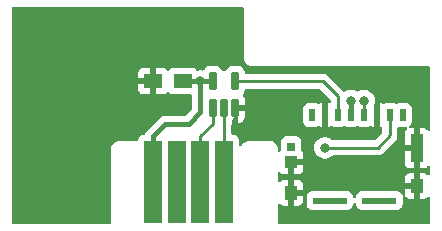
<source format=gtl>
G04 #@! TF.GenerationSoftware,KiCad,Pcbnew,8.0.2*
G04 #@! TF.CreationDate,2024-05-30T00:05:45-04:00*
G04 #@! TF.ProjectId,gc_sp2,67635f73-7032-42e6-9b69-6361645f7063,rev?*
G04 #@! TF.SameCoordinates,Original*
G04 #@! TF.FileFunction,Copper,L1,Top*
G04 #@! TF.FilePolarity,Positive*
%FSLAX46Y46*%
G04 Gerber Fmt 4.6, Leading zero omitted, Abs format (unit mm)*
G04 Created by KiCad (PCBNEW 8.0.2) date 2024-05-30 00:05:45*
%MOMM*%
%LPD*%
G01*
G04 APERTURE LIST*
G04 Aperture macros list*
%AMRoundRect*
0 Rectangle with rounded corners*
0 $1 Rounding radius*
0 $2 $3 $4 $5 $6 $7 $8 $9 X,Y pos of 4 corners*
0 Add a 4 corners polygon primitive as box body*
4,1,4,$2,$3,$4,$5,$6,$7,$8,$9,$2,$3,0*
0 Add four circle primitives for the rounded corners*
1,1,$1+$1,$2,$3*
1,1,$1+$1,$4,$5*
1,1,$1+$1,$6,$7*
1,1,$1+$1,$8,$9*
0 Add four rect primitives between the rounded corners*
20,1,$1+$1,$2,$3,$4,$5,0*
20,1,$1+$1,$4,$5,$6,$7,0*
20,1,$1+$1,$6,$7,$8,$9,0*
20,1,$1+$1,$8,$9,$2,$3,0*%
G04 Aperture macros list end*
G04 #@! TA.AperFunction,SMDPad,CuDef*
%ADD10R,1.500000X7.000000*%
G04 #@! TD*
G04 #@! TA.AperFunction,SMDPad,CuDef*
%ADD11R,1.500000X1.250000*%
G04 #@! TD*
G04 #@! TA.AperFunction,SMDPad,CuDef*
%ADD12R,2.921000X0.558800*%
G04 #@! TD*
G04 #@! TA.AperFunction,SMDPad,CuDef*
%ADD13R,1.041400X1.092200*%
G04 #@! TD*
G04 #@! TA.AperFunction,SMDPad,CuDef*
%ADD14R,1.041400X1.193800*%
G04 #@! TD*
G04 #@! TA.AperFunction,SMDPad,CuDef*
%ADD15R,1.041400X2.387600*%
G04 #@! TD*
G04 #@! TA.AperFunction,SMDPad,CuDef*
%ADD16R,0.508000X0.990600*%
G04 #@! TD*
G04 #@! TA.AperFunction,SMDPad,CuDef*
%ADD17R,0.711200X0.787400*%
G04 #@! TD*
G04 #@! TA.AperFunction,SMDPad,CuDef*
%ADD18RoundRect,0.150000X0.150000X-0.650000X0.150000X0.650000X-0.150000X0.650000X-0.150000X-0.650000X0*%
G04 #@! TD*
G04 #@! TA.AperFunction,ViaPad*
%ADD19C,0.800000*%
G04 #@! TD*
G04 #@! TA.AperFunction,Conductor*
%ADD20C,0.400000*%
G04 #@! TD*
G04 #@! TA.AperFunction,Conductor*
%ADD21C,0.250000*%
G04 #@! TD*
G04 APERTURE END LIST*
D10*
X75500000Y-115900000D03*
X77500000Y-115900000D03*
X79500000Y-115900000D03*
X81500000Y-115900000D03*
D11*
X78000000Y-107350000D03*
X75500000Y-107350000D03*
D12*
X94645000Y-117467300D03*
X90455000Y-117467300D03*
D13*
X87174999Y-114182300D03*
D14*
X87174999Y-116792300D03*
X97824965Y-116222299D03*
D15*
X97825001Y-113037299D03*
D16*
X88949999Y-110232301D03*
X90050000Y-110232301D03*
X91150000Y-110232301D03*
X92250000Y-110232301D03*
X93350001Y-110232301D03*
X94450001Y-110232301D03*
X95550002Y-110232301D03*
X96649999Y-110232301D03*
D17*
X87190000Y-112912300D03*
D18*
X80550000Y-109650000D03*
X81500000Y-109650000D03*
X82450000Y-109650000D03*
X82450000Y-107350000D03*
X80550000Y-107350000D03*
D19*
X92250000Y-109000000D03*
X79500000Y-107350000D03*
X84500000Y-112000000D03*
X64000000Y-119000000D03*
X71500000Y-119000000D03*
X64000000Y-107350000D03*
X71500000Y-107350000D03*
X64000000Y-101500000D03*
X71500000Y-101500000D03*
X82750000Y-101500000D03*
X71500000Y-113150000D03*
X98500000Y-106500000D03*
X92500000Y-111800000D03*
X93350000Y-109000000D03*
X90050000Y-113000000D03*
D20*
X92250000Y-109000000D02*
X92250000Y-110232301D01*
X75500000Y-115900000D02*
X75500000Y-112000000D01*
X79500000Y-107350000D02*
X78000000Y-107350000D01*
X76500000Y-111000000D02*
X78500000Y-111000000D01*
X79500000Y-110000000D02*
X79500000Y-107350000D01*
X80550000Y-107350000D02*
X79500000Y-107350000D01*
X75500000Y-112000000D02*
X76500000Y-111000000D01*
X78500000Y-111000000D02*
X79500000Y-110000000D01*
D21*
X93350000Y-109000000D02*
X93350000Y-110232300D01*
X93350000Y-110232300D02*
X93350001Y-110232301D01*
X95550002Y-111949998D02*
X95550002Y-110232301D01*
X94500000Y-113000000D02*
X95550002Y-111949998D01*
X94500000Y-113000000D02*
X90050000Y-113000000D01*
X79500000Y-112000000D02*
X80550000Y-110950000D01*
X79500000Y-115900000D02*
X79500000Y-112000000D01*
X80550000Y-110950000D02*
X80550000Y-109650000D01*
X81500000Y-109150000D02*
X81500000Y-115900000D01*
X91150000Y-108650000D02*
X89850000Y-107350000D01*
X91150000Y-110232301D02*
X91150000Y-108650000D01*
X82450000Y-107350000D02*
X89850000Y-107350000D01*
G04 #@! TA.AperFunction,Conductor*
G36*
X83141621Y-101070502D02*
G01*
X83188114Y-101124158D01*
X83199500Y-101176500D01*
X83199500Y-105572473D01*
X83199499Y-105572473D01*
X83237016Y-105712485D01*
X83309488Y-105838011D01*
X83309496Y-105838021D01*
X83411978Y-105940503D01*
X83411983Y-105940507D01*
X83411985Y-105940509D01*
X83537515Y-106012984D01*
X83677525Y-106050500D01*
X98823500Y-106050500D01*
X98891621Y-106070502D01*
X98938114Y-106124158D01*
X98949500Y-106176500D01*
X98949500Y-111423823D01*
X98929498Y-111491944D01*
X98875842Y-111538437D01*
X98805568Y-111548541D01*
X98740988Y-111519047D01*
X98722632Y-111499333D01*
X98708603Y-111480593D01*
X98591666Y-111393054D01*
X98454794Y-111342004D01*
X98394298Y-111335499D01*
X98079001Y-111335499D01*
X98079001Y-114739099D01*
X98394286Y-114739099D01*
X98394298Y-114739098D01*
X98454794Y-114732593D01*
X98591665Y-114681543D01*
X98591666Y-114681543D01*
X98708604Y-114594003D01*
X98722631Y-114575266D01*
X98779466Y-114532719D01*
X98850282Y-114527653D01*
X98912595Y-114561678D01*
X98946620Y-114623989D01*
X98949500Y-114650774D01*
X98949500Y-115205771D01*
X98929498Y-115273892D01*
X98875842Y-115320385D01*
X98805568Y-115330489D01*
X98740988Y-115300995D01*
X98722633Y-115281281D01*
X98708569Y-115262495D01*
X98591630Y-115174954D01*
X98454758Y-115123904D01*
X98394262Y-115117399D01*
X98078965Y-115117399D01*
X98078965Y-117327199D01*
X98394250Y-117327199D01*
X98394262Y-117327198D01*
X98454758Y-117320693D01*
X98591629Y-117269643D01*
X98591630Y-117269643D01*
X98708568Y-117182103D01*
X98722631Y-117163318D01*
X98779466Y-117120771D01*
X98850282Y-117115705D01*
X98912595Y-117149730D01*
X98946620Y-117212042D01*
X98949500Y-117238826D01*
X98949500Y-119323500D01*
X98929498Y-119391621D01*
X98875842Y-119438114D01*
X98823500Y-119449500D01*
X86176500Y-119449500D01*
X86108379Y-119429498D01*
X86061886Y-119375842D01*
X86050500Y-119323500D01*
X86050500Y-117808875D01*
X86070502Y-117740754D01*
X86124158Y-117694261D01*
X86194432Y-117684157D01*
X86259012Y-117713651D01*
X86277369Y-117733367D01*
X86291395Y-117752104D01*
X86408333Y-117839644D01*
X86545205Y-117890694D01*
X86605701Y-117897199D01*
X86605714Y-117897200D01*
X86920999Y-117897200D01*
X87428999Y-117897200D01*
X87744284Y-117897200D01*
X87744296Y-117897199D01*
X87804792Y-117890694D01*
X87941663Y-117839644D01*
X87941664Y-117839644D01*
X88058603Y-117752104D01*
X88146143Y-117635165D01*
X88146143Y-117635164D01*
X88197193Y-117498293D01*
X88203698Y-117437797D01*
X88203699Y-117437785D01*
X88203699Y-117139250D01*
X88486000Y-117139250D01*
X88486000Y-117795349D01*
X88492509Y-117855896D01*
X88492511Y-117855904D01*
X88543610Y-117992902D01*
X88543612Y-117992907D01*
X88631238Y-118109961D01*
X88748292Y-118197587D01*
X88748294Y-118197588D01*
X88748296Y-118197589D01*
X88807375Y-118219624D01*
X88885295Y-118248688D01*
X88885303Y-118248690D01*
X88945850Y-118255199D01*
X88945855Y-118255199D01*
X88945862Y-118255200D01*
X88945868Y-118255200D01*
X91964132Y-118255200D01*
X91964138Y-118255200D01*
X91964145Y-118255199D01*
X91964149Y-118255199D01*
X92024696Y-118248690D01*
X92024699Y-118248689D01*
X92024701Y-118248689D01*
X92161704Y-118197589D01*
X92278761Y-118109961D01*
X92366389Y-117992904D01*
X92417489Y-117855901D01*
X92424000Y-117795338D01*
X92424000Y-117795330D01*
X92424180Y-117791972D01*
X92447798Y-117725019D01*
X92503864Y-117681463D01*
X92574577Y-117675132D01*
X92637488Y-117708038D01*
X92672622Y-117769732D01*
X92675820Y-117791972D01*
X92676000Y-117795349D01*
X92682509Y-117855896D01*
X92682511Y-117855904D01*
X92733610Y-117992902D01*
X92733612Y-117992907D01*
X92821238Y-118109961D01*
X92938292Y-118197587D01*
X92938294Y-118197588D01*
X92938296Y-118197589D01*
X92997375Y-118219624D01*
X93075295Y-118248688D01*
X93075303Y-118248690D01*
X93135850Y-118255199D01*
X93135855Y-118255199D01*
X93135862Y-118255200D01*
X93135868Y-118255200D01*
X96154132Y-118255200D01*
X96154138Y-118255200D01*
X96154145Y-118255199D01*
X96154149Y-118255199D01*
X96214696Y-118248690D01*
X96214699Y-118248689D01*
X96214701Y-118248689D01*
X96351704Y-118197589D01*
X96468761Y-118109961D01*
X96556389Y-117992904D01*
X96607489Y-117855901D01*
X96614000Y-117795338D01*
X96614000Y-117139262D01*
X96612916Y-117129178D01*
X96625521Y-117059310D01*
X96665395Y-117016481D01*
X96600200Y-116994779D01*
X96596761Y-116990511D01*
X96744860Y-116990511D01*
X96810054Y-117012210D01*
X96847317Y-117058449D01*
X96849503Y-117057256D01*
X96853820Y-117065164D01*
X96941360Y-117182103D01*
X97058299Y-117269643D01*
X97195171Y-117320693D01*
X97255667Y-117327198D01*
X97255680Y-117327199D01*
X97570965Y-117327199D01*
X97570965Y-116476299D01*
X96796265Y-116476299D01*
X96796265Y-116867793D01*
X96797343Y-116877819D01*
X96784734Y-116947687D01*
X96744860Y-116990511D01*
X96596761Y-116990511D01*
X96562850Y-116948429D01*
X96560705Y-116949601D01*
X96556387Y-116941692D01*
X96468761Y-116824638D01*
X96351707Y-116737012D01*
X96351702Y-116737010D01*
X96214704Y-116685911D01*
X96214696Y-116685909D01*
X96154149Y-116679400D01*
X96154138Y-116679400D01*
X93135862Y-116679400D01*
X93135850Y-116679400D01*
X93075303Y-116685909D01*
X93075295Y-116685911D01*
X92938297Y-116737010D01*
X92938292Y-116737012D01*
X92821238Y-116824638D01*
X92733612Y-116941692D01*
X92733610Y-116941697D01*
X92682511Y-117078695D01*
X92682509Y-117078703D01*
X92676000Y-117139250D01*
X92675820Y-117142628D01*
X92652202Y-117209581D01*
X92596136Y-117253137D01*
X92525423Y-117259468D01*
X92462512Y-117226562D01*
X92427378Y-117164868D01*
X92424180Y-117142628D01*
X92423999Y-117139250D01*
X92417490Y-117078703D01*
X92417488Y-117078695D01*
X92368900Y-116948429D01*
X92366389Y-116941696D01*
X92366388Y-116941694D01*
X92366387Y-116941692D01*
X92278761Y-116824638D01*
X92161707Y-116737012D01*
X92161702Y-116737010D01*
X92024704Y-116685911D01*
X92024696Y-116685909D01*
X91964149Y-116679400D01*
X91964138Y-116679400D01*
X88945862Y-116679400D01*
X88945850Y-116679400D01*
X88885303Y-116685909D01*
X88885295Y-116685911D01*
X88748297Y-116737010D01*
X88748292Y-116737012D01*
X88631238Y-116824638D01*
X88543612Y-116941692D01*
X88543610Y-116941697D01*
X88492511Y-117078695D01*
X88492509Y-117078703D01*
X88486000Y-117139250D01*
X88203699Y-117139250D01*
X88203699Y-117046300D01*
X87428999Y-117046300D01*
X87428999Y-117897200D01*
X86920999Y-117897200D01*
X86920999Y-116538300D01*
X87428999Y-116538300D01*
X88203699Y-116538300D01*
X88203699Y-116146814D01*
X88203698Y-116146802D01*
X88197193Y-116086306D01*
X88146143Y-115949435D01*
X88146143Y-115949434D01*
X88058603Y-115832495D01*
X87941664Y-115744955D01*
X87804792Y-115693905D01*
X87744296Y-115687400D01*
X87428999Y-115687400D01*
X87428999Y-116538300D01*
X86920999Y-116538300D01*
X86920999Y-115687400D01*
X86605701Y-115687400D01*
X86545205Y-115693905D01*
X86408334Y-115744955D01*
X86408333Y-115744955D01*
X86291396Y-115832494D01*
X86277368Y-115851234D01*
X86220532Y-115893780D01*
X86149716Y-115898844D01*
X86087404Y-115864819D01*
X86053379Y-115802506D01*
X86050500Y-115775724D01*
X86050500Y-115576801D01*
X96796265Y-115576801D01*
X96796265Y-115968299D01*
X97570965Y-115968299D01*
X97570965Y-115117399D01*
X97255667Y-115117399D01*
X97195171Y-115123904D01*
X97058300Y-115174954D01*
X97058299Y-115174954D01*
X96941360Y-115262494D01*
X96853820Y-115379433D01*
X96853820Y-115379434D01*
X96802770Y-115516305D01*
X96796265Y-115576801D01*
X86050500Y-115576801D01*
X86050500Y-115148075D01*
X86070502Y-115079954D01*
X86124158Y-115033461D01*
X86194432Y-115023357D01*
X86259012Y-115052851D01*
X86277369Y-115072567D01*
X86291395Y-115091304D01*
X86408333Y-115178844D01*
X86545205Y-115229894D01*
X86605701Y-115236399D01*
X86605714Y-115236400D01*
X86920999Y-115236400D01*
X87428999Y-115236400D01*
X87744284Y-115236400D01*
X87744296Y-115236399D01*
X87804792Y-115229894D01*
X87941663Y-115178844D01*
X87941664Y-115178844D01*
X88058603Y-115091304D01*
X88146143Y-114974365D01*
X88146143Y-114974364D01*
X88197193Y-114837493D01*
X88203698Y-114776997D01*
X88203699Y-114776985D01*
X88203699Y-114436300D01*
X87428999Y-114436300D01*
X87428999Y-115236400D01*
X86920999Y-115236400D01*
X86920999Y-114279696D01*
X96796301Y-114279696D01*
X96802806Y-114340192D01*
X96853856Y-114477063D01*
X96853856Y-114477064D01*
X96941396Y-114594003D01*
X97058335Y-114681543D01*
X97195207Y-114732593D01*
X97255703Y-114739098D01*
X97255716Y-114739099D01*
X97571001Y-114739099D01*
X97571001Y-113291299D01*
X96796301Y-113291299D01*
X96796301Y-114279696D01*
X86920999Y-114279696D01*
X86920999Y-114054300D01*
X86941001Y-113986179D01*
X86994657Y-113939686D01*
X87046999Y-113928300D01*
X88203699Y-113928300D01*
X88203699Y-113587614D01*
X88203698Y-113587602D01*
X88197193Y-113527106D01*
X88146143Y-113390235D01*
X88146143Y-113390234D01*
X88079232Y-113300852D01*
X88054421Y-113234332D01*
X88054100Y-113225343D01*
X88054100Y-113000000D01*
X89136496Y-113000000D01*
X89156457Y-113189927D01*
X89181194Y-113266057D01*
X89215473Y-113371556D01*
X89215476Y-113371561D01*
X89310958Y-113536941D01*
X89310965Y-113536951D01*
X89438744Y-113678864D01*
X89438747Y-113678866D01*
X89593248Y-113791118D01*
X89767712Y-113868794D01*
X89954513Y-113908500D01*
X90145487Y-113908500D01*
X90332288Y-113868794D01*
X90506752Y-113791118D01*
X90661253Y-113678866D01*
X90664563Y-113675190D01*
X90725009Y-113637950D01*
X90758200Y-113633500D01*
X94562393Y-113633500D01*
X94562394Y-113633500D01*
X94684785Y-113609155D01*
X94800075Y-113561400D01*
X94903833Y-113492071D01*
X96042073Y-112353831D01*
X96111402Y-112250073D01*
X96159157Y-112134783D01*
X96183502Y-112012392D01*
X96183502Y-111887604D01*
X96183502Y-111358757D01*
X96203504Y-111290636D01*
X96257160Y-111244143D01*
X96322971Y-111233479D01*
X96347351Y-111236100D01*
X96347352Y-111236100D01*
X96347361Y-111236101D01*
X96347367Y-111236101D01*
X96889433Y-111236101D01*
X96957554Y-111256103D01*
X97004047Y-111309759D01*
X97014151Y-111380033D01*
X96984657Y-111444613D01*
X96964942Y-111462969D01*
X96941396Y-111480594D01*
X96853856Y-111597533D01*
X96853856Y-111597534D01*
X96802806Y-111734405D01*
X96796301Y-111794901D01*
X96796301Y-112783299D01*
X97571001Y-112783299D01*
X97571001Y-111335499D01*
X97319033Y-111335499D01*
X97250912Y-111315497D01*
X97204419Y-111261841D01*
X97194315Y-111191567D01*
X97223809Y-111126987D01*
X97243524Y-111108631D01*
X97267260Y-111090862D01*
X97354886Y-110973808D01*
X97354886Y-110973807D01*
X97354888Y-110973805D01*
X97405988Y-110836802D01*
X97412499Y-110776239D01*
X97412499Y-109688363D01*
X97412498Y-109688351D01*
X97405989Y-109627804D01*
X97405987Y-109627796D01*
X97354888Y-109490798D01*
X97354886Y-109490793D01*
X97267260Y-109373739D01*
X97150206Y-109286113D01*
X97150201Y-109286111D01*
X97013203Y-109235012D01*
X97013195Y-109235010D01*
X96952648Y-109228501D01*
X96952637Y-109228501D01*
X96347361Y-109228501D01*
X96347349Y-109228501D01*
X96286802Y-109235010D01*
X96286799Y-109235011D01*
X96144032Y-109288261D01*
X96073217Y-109293325D01*
X96055967Y-109288261D01*
X96050206Y-109286112D01*
X95913203Y-109235012D01*
X95913201Y-109235011D01*
X95913199Y-109235011D01*
X95913198Y-109235010D01*
X95852651Y-109228501D01*
X95852640Y-109228501D01*
X95247364Y-109228501D01*
X95247352Y-109228501D01*
X95186805Y-109235010D01*
X95186804Y-109235011D01*
X95186801Y-109235011D01*
X95186801Y-109235012D01*
X95049798Y-109286112D01*
X95049796Y-109286112D01*
X95043319Y-109288529D01*
X94972503Y-109293594D01*
X94955254Y-109288529D01*
X94813094Y-109235506D01*
X94752598Y-109229001D01*
X94704001Y-109229001D01*
X94704001Y-111235601D01*
X94752586Y-111235601D01*
X94752596Y-111235600D01*
X94777031Y-111232973D01*
X94846900Y-111245578D01*
X94898863Y-111293955D01*
X94916502Y-111358251D01*
X94916502Y-111635404D01*
X94896500Y-111703525D01*
X94879597Y-111724499D01*
X94274501Y-112329595D01*
X94212189Y-112363621D01*
X94185406Y-112366500D01*
X90758200Y-112366500D01*
X90690079Y-112346498D01*
X90664563Y-112324810D01*
X90661252Y-112321133D01*
X90506752Y-112208882D01*
X90332288Y-112131206D01*
X90145487Y-112091500D01*
X89954513Y-112091500D01*
X89767711Y-112131206D01*
X89593247Y-112208882D01*
X89438744Y-112321135D01*
X89310965Y-112463048D01*
X89310958Y-112463058D01*
X89215476Y-112628438D01*
X89215473Y-112628445D01*
X89156457Y-112810072D01*
X89136496Y-113000000D01*
X88054100Y-113000000D01*
X88054100Y-112469967D01*
X88054099Y-112469950D01*
X88047590Y-112409403D01*
X88047588Y-112409395D01*
X88014668Y-112321135D01*
X87996489Y-112272396D01*
X87996488Y-112272394D01*
X87996487Y-112272392D01*
X87908861Y-112155338D01*
X87791807Y-112067712D01*
X87791802Y-112067710D01*
X87654804Y-112016611D01*
X87654796Y-112016609D01*
X87594249Y-112010100D01*
X87594238Y-112010100D01*
X86785762Y-112010100D01*
X86785750Y-112010100D01*
X86725203Y-112016609D01*
X86725195Y-112016611D01*
X86588197Y-112067710D01*
X86588192Y-112067712D01*
X86471138Y-112155338D01*
X86383512Y-112272392D01*
X86383510Y-112272397D01*
X86332411Y-112409395D01*
X86332409Y-112409403D01*
X86325900Y-112469950D01*
X86325900Y-113186600D01*
X86305898Y-113254721D01*
X86296761Y-113266057D01*
X86296795Y-113266083D01*
X86277368Y-113292034D01*
X86220532Y-113334580D01*
X86149716Y-113339644D01*
X86087404Y-113305619D01*
X86053379Y-113243306D01*
X86050500Y-113216524D01*
X86050500Y-112927526D01*
X86019028Y-112810072D01*
X86012984Y-112787515D01*
X85940509Y-112661985D01*
X85940507Y-112661983D01*
X85940503Y-112661978D01*
X85838021Y-112559496D01*
X85838011Y-112559488D01*
X85712485Y-112487016D01*
X85572475Y-112449500D01*
X83572475Y-112449500D01*
X83427525Y-112449500D01*
X83351161Y-112469962D01*
X83287514Y-112487016D01*
X83161988Y-112559488D01*
X83161978Y-112559496D01*
X83059496Y-112661978D01*
X83059488Y-112661988D01*
X82993619Y-112776078D01*
X82942236Y-112825071D01*
X82872523Y-112838507D01*
X82806612Y-112812121D01*
X82765430Y-112754288D01*
X82758500Y-112713078D01*
X82758500Y-112351367D01*
X82758499Y-112351350D01*
X82751990Y-112290803D01*
X82751988Y-112290795D01*
X82721435Y-112208882D01*
X82700889Y-112153796D01*
X82700888Y-112153794D01*
X82700887Y-112153792D01*
X82613261Y-112036738D01*
X82496207Y-111949112D01*
X82496202Y-111949110D01*
X82359204Y-111898011D01*
X82359196Y-111898009D01*
X82298649Y-111891500D01*
X82298638Y-111891500D01*
X82259500Y-111891500D01*
X82191379Y-111871498D01*
X82144886Y-111817842D01*
X82133500Y-111765500D01*
X82133500Y-111064877D01*
X82153502Y-110996756D01*
X82183847Y-110964116D01*
X82196000Y-110954991D01*
X82704000Y-110954991D01*
X82863399Y-110908681D01*
X83006502Y-110824051D01*
X83124050Y-110706503D01*
X83124051Y-110706501D01*
X83208681Y-110563401D01*
X83255065Y-110403749D01*
X83258000Y-110366456D01*
X83258000Y-109904000D01*
X82704000Y-109904000D01*
X82704000Y-110954991D01*
X82196000Y-110954991D01*
X82196000Y-110704842D01*
X82213547Y-110640702D01*
X82259145Y-110563601D01*
X82305562Y-110403831D01*
X82308499Y-110366511D01*
X82308500Y-110366511D01*
X82308500Y-109688351D01*
X88187499Y-109688351D01*
X88187499Y-110776250D01*
X88194008Y-110836797D01*
X88194010Y-110836805D01*
X88245109Y-110973803D01*
X88245111Y-110973808D01*
X88332737Y-111090862D01*
X88449791Y-111178488D01*
X88449793Y-111178489D01*
X88449795Y-111178490D01*
X88508874Y-111200525D01*
X88586794Y-111229589D01*
X88586802Y-111229591D01*
X88647349Y-111236100D01*
X88647354Y-111236100D01*
X88647361Y-111236101D01*
X88647367Y-111236101D01*
X89252631Y-111236101D01*
X89252637Y-111236101D01*
X89252644Y-111236100D01*
X89252648Y-111236100D01*
X89313195Y-111229591D01*
X89313200Y-111229590D01*
X89314527Y-111229095D01*
X89450203Y-111178490D01*
X89450205Y-111178487D01*
X89456680Y-111176073D01*
X89527496Y-111171007D01*
X89544747Y-111176072D01*
X89686907Y-111229095D01*
X89747402Y-111235600D01*
X89747415Y-111235601D01*
X89796000Y-111235601D01*
X89796000Y-109229001D01*
X89747402Y-109229001D01*
X89686904Y-109235506D01*
X89544744Y-109288528D01*
X89473928Y-109293592D01*
X89456680Y-109288528D01*
X89450203Y-109286112D01*
X89313200Y-109235012D01*
X89313198Y-109235011D01*
X89313196Y-109235011D01*
X89313195Y-109235010D01*
X89252648Y-109228501D01*
X89252637Y-109228501D01*
X88647361Y-109228501D01*
X88647349Y-109228501D01*
X88586802Y-109235010D01*
X88586794Y-109235012D01*
X88449796Y-109286111D01*
X88449791Y-109286113D01*
X88332737Y-109373739D01*
X88245111Y-109490793D01*
X88245109Y-109490798D01*
X88194010Y-109627796D01*
X88194008Y-109627804D01*
X88187499Y-109688351D01*
X82308500Y-109688351D01*
X82308500Y-109522000D01*
X82328502Y-109453879D01*
X82382158Y-109407386D01*
X82434500Y-109396000D01*
X83257999Y-109396000D01*
X83257999Y-108933543D01*
X83255065Y-108896249D01*
X83208681Y-108736599D01*
X83124051Y-108593498D01*
X83124050Y-108593496D01*
X83120002Y-108589448D01*
X83085976Y-108527136D01*
X83091041Y-108456321D01*
X83120004Y-108411255D01*
X83124453Y-108406807D01*
X83175120Y-108321134D01*
X83209143Y-108263605D01*
X83209143Y-108263603D01*
X83209145Y-108263601D01*
X83255562Y-108103831D01*
X83255894Y-108099611D01*
X83281179Y-108033273D01*
X83338317Y-107991133D01*
X83381505Y-107983500D01*
X89535406Y-107983500D01*
X89603527Y-108003502D01*
X89624501Y-108020405D01*
X90479595Y-108875499D01*
X90513621Y-108937811D01*
X90516500Y-108964594D01*
X90516500Y-109106350D01*
X90496498Y-109174471D01*
X90442842Y-109220964D01*
X90377033Y-109231628D01*
X90352605Y-109229002D01*
X90352585Y-109229001D01*
X90304000Y-109229001D01*
X90304000Y-111235601D01*
X90352585Y-111235601D01*
X90352597Y-111235600D01*
X90413092Y-111229095D01*
X90555251Y-111176073D01*
X90626067Y-111171008D01*
X90643317Y-111176073D01*
X90649794Y-111178489D01*
X90649796Y-111178490D01*
X90786799Y-111229590D01*
X90786802Y-111229590D01*
X90786803Y-111229591D01*
X90847350Y-111236100D01*
X90847355Y-111236100D01*
X90847362Y-111236101D01*
X90847368Y-111236101D01*
X91452632Y-111236101D01*
X91452638Y-111236101D01*
X91452645Y-111236100D01*
X91452649Y-111236100D01*
X91513196Y-111229591D01*
X91513197Y-111229590D01*
X91513201Y-111229590D01*
X91650204Y-111178490D01*
X91650206Y-111178488D01*
X91655966Y-111176340D01*
X91726782Y-111171274D01*
X91744034Y-111176340D01*
X91749793Y-111178488D01*
X91749796Y-111178490D01*
X91886799Y-111229590D01*
X91886801Y-111229590D01*
X91886803Y-111229591D01*
X91947350Y-111236100D01*
X91947355Y-111236100D01*
X91947362Y-111236101D01*
X91947368Y-111236101D01*
X92552632Y-111236101D01*
X92552638Y-111236101D01*
X92552645Y-111236100D01*
X92552649Y-111236100D01*
X92613196Y-111229591D01*
X92613197Y-111229590D01*
X92613201Y-111229590D01*
X92750204Y-111178490D01*
X92750206Y-111178488D01*
X92755966Y-111176340D01*
X92826782Y-111171274D01*
X92844033Y-111176340D01*
X92986796Y-111229589D01*
X92986804Y-111229591D01*
X93047351Y-111236100D01*
X93047356Y-111236100D01*
X93047363Y-111236101D01*
X93047369Y-111236101D01*
X93652633Y-111236101D01*
X93652639Y-111236101D01*
X93652646Y-111236100D01*
X93652650Y-111236100D01*
X93713197Y-111229591D01*
X93713200Y-111229590D01*
X93713202Y-111229590D01*
X93816499Y-111191062D01*
X93856683Y-111176074D01*
X93927499Y-111171008D01*
X93944748Y-111176073D01*
X94086907Y-111229095D01*
X94147403Y-111235600D01*
X94147416Y-111235601D01*
X94196001Y-111235601D01*
X94196001Y-109356199D01*
X94202168Y-109317262D01*
X94209859Y-109293594D01*
X94243542Y-109189928D01*
X94263504Y-109000000D01*
X94243542Y-108810072D01*
X94184527Y-108628444D01*
X94089040Y-108463056D01*
X94089038Y-108463054D01*
X94089034Y-108463048D01*
X93961255Y-108321135D01*
X93806752Y-108208882D01*
X93632288Y-108131206D01*
X93445487Y-108091500D01*
X93254513Y-108091500D01*
X93067711Y-108131206D01*
X92893246Y-108208882D01*
X92893245Y-108208883D01*
X92874061Y-108222822D01*
X92807193Y-108246681D01*
X92738041Y-108230600D01*
X92725939Y-108222822D01*
X92706754Y-108208883D01*
X92706753Y-108208882D01*
X92532288Y-108131206D01*
X92345487Y-108091500D01*
X92154513Y-108091500D01*
X91967711Y-108131206D01*
X91793246Y-108208882D01*
X91793243Y-108208884D01*
X91771151Y-108224935D01*
X91704283Y-108248792D01*
X91635132Y-108232709D01*
X91607998Y-108212093D01*
X91379405Y-107983500D01*
X90253833Y-106857929D01*
X90150075Y-106788600D01*
X90034785Y-106740845D01*
X89961086Y-106726185D01*
X89912396Y-106716500D01*
X89912394Y-106716500D01*
X83381505Y-106716500D01*
X83313384Y-106696498D01*
X83266891Y-106642842D01*
X83255894Y-106600390D01*
X83255562Y-106596169D01*
X83209145Y-106436399D01*
X83209143Y-106436397D01*
X83209143Y-106436394D01*
X83124455Y-106293196D01*
X83124450Y-106293189D01*
X83006810Y-106175549D01*
X83006803Y-106175544D01*
X82863605Y-106090856D01*
X82703829Y-106044437D01*
X82666511Y-106041500D01*
X82666502Y-106041500D01*
X82233498Y-106041500D01*
X82233489Y-106041500D01*
X82196171Y-106044437D01*
X82196170Y-106044437D01*
X82036394Y-106090856D01*
X81893196Y-106175544D01*
X81893189Y-106175549D01*
X81775549Y-106293189D01*
X81775544Y-106293196D01*
X81689825Y-106438139D01*
X81637932Y-106486592D01*
X81581372Y-106500000D01*
X81418628Y-106500000D01*
X81350507Y-106479998D01*
X81310175Y-106438139D01*
X81224455Y-106293196D01*
X81224450Y-106293189D01*
X81106810Y-106175549D01*
X81106803Y-106175544D01*
X80963605Y-106090856D01*
X80803829Y-106044437D01*
X80766511Y-106041500D01*
X80766502Y-106041500D01*
X80333498Y-106041500D01*
X80333489Y-106041500D01*
X80296171Y-106044437D01*
X80296170Y-106044437D01*
X80136394Y-106090856D01*
X79993196Y-106175544D01*
X79993189Y-106175549D01*
X79875549Y-106293189D01*
X79875546Y-106293193D01*
X79812446Y-106399889D01*
X79760553Y-106448341D01*
X79690702Y-106461046D01*
X79677806Y-106458997D01*
X79595487Y-106441500D01*
X79404513Y-106441500D01*
X79404512Y-106441500D01*
X79283546Y-106467212D01*
X79212755Y-106461810D01*
X79156481Y-106419474D01*
X79113261Y-106361738D01*
X78996207Y-106274112D01*
X78996202Y-106274110D01*
X78859204Y-106223011D01*
X78859196Y-106223009D01*
X78798649Y-106216500D01*
X78798638Y-106216500D01*
X77201362Y-106216500D01*
X77201350Y-106216500D01*
X77140803Y-106223009D01*
X77140795Y-106223011D01*
X77003797Y-106274110D01*
X77003792Y-106274112D01*
X76886737Y-106361739D01*
X76850554Y-106410074D01*
X76793718Y-106452620D01*
X76722902Y-106457684D01*
X76660590Y-106423658D01*
X76648818Y-106410072D01*
X76612903Y-106362095D01*
X76495965Y-106274555D01*
X76359093Y-106223505D01*
X76298597Y-106217000D01*
X75754000Y-106217000D01*
X75754000Y-108483000D01*
X76298585Y-108483000D01*
X76298597Y-108482999D01*
X76359093Y-108476494D01*
X76495964Y-108425444D01*
X76495965Y-108425444D01*
X76612903Y-108337904D01*
X76648818Y-108289927D01*
X76705653Y-108247380D01*
X76776468Y-108242314D01*
X76838781Y-108276338D01*
X76850555Y-108289925D01*
X76886740Y-108338262D01*
X77003792Y-108425887D01*
X77003794Y-108425888D01*
X77003796Y-108425889D01*
X77062875Y-108447924D01*
X77140795Y-108476988D01*
X77140803Y-108476990D01*
X77201350Y-108483499D01*
X77201355Y-108483499D01*
X77201362Y-108483500D01*
X78665500Y-108483500D01*
X78733621Y-108503502D01*
X78780114Y-108557158D01*
X78791500Y-108609500D01*
X78791500Y-109654339D01*
X78771498Y-109722460D01*
X78754595Y-109743434D01*
X78243434Y-110254595D01*
X78181122Y-110288621D01*
X78154339Y-110291500D01*
X76430216Y-110291500D01*
X76327558Y-110311920D01*
X76293338Y-110318727D01*
X76293336Y-110318727D01*
X76293335Y-110318728D01*
X76252604Y-110335600D01*
X76164399Y-110372135D01*
X76048362Y-110449669D01*
X76048360Y-110449670D01*
X74949671Y-111548357D01*
X74872134Y-111664400D01*
X74872133Y-111664401D01*
X74834369Y-111755573D01*
X74818728Y-111793334D01*
X74816931Y-111799261D01*
X74814935Y-111798655D01*
X74786421Y-111853132D01*
X74724717Y-111888248D01*
X74704715Y-111891123D01*
X74704717Y-111891139D01*
X74704273Y-111891186D01*
X74702532Y-111891437D01*
X74701358Y-111891500D01*
X74640803Y-111898009D01*
X74640795Y-111898011D01*
X74503797Y-111949110D01*
X74503792Y-111949112D01*
X74386738Y-112036738D01*
X74299112Y-112153792D01*
X74299110Y-112153797D01*
X74248011Y-112290795D01*
X74248009Y-112290803D01*
X74243047Y-112336968D01*
X74215878Y-112402560D01*
X74157561Y-112443052D01*
X74117769Y-112449500D01*
X72572475Y-112449500D01*
X72427525Y-112449500D01*
X72351161Y-112469962D01*
X72287514Y-112487016D01*
X72161988Y-112559488D01*
X72161978Y-112559496D01*
X72059496Y-112661978D01*
X72059488Y-112661988D01*
X71987016Y-112787514D01*
X71949500Y-112927526D01*
X71949500Y-119323500D01*
X71929498Y-119391621D01*
X71875842Y-119438114D01*
X71823500Y-119449500D01*
X63676500Y-119449500D01*
X63608379Y-119429498D01*
X63561886Y-119375842D01*
X63550500Y-119323500D01*
X63550500Y-108023597D01*
X74242000Y-108023597D01*
X74248505Y-108084093D01*
X74299555Y-108220964D01*
X74299555Y-108220965D01*
X74387095Y-108337904D01*
X74504034Y-108425444D01*
X74640906Y-108476494D01*
X74701402Y-108482999D01*
X74701415Y-108483000D01*
X75246000Y-108483000D01*
X75246000Y-107604000D01*
X74242000Y-107604000D01*
X74242000Y-108023597D01*
X63550500Y-108023597D01*
X63550500Y-106676402D01*
X74242000Y-106676402D01*
X74242000Y-107096000D01*
X75246000Y-107096000D01*
X75246000Y-106217000D01*
X74701402Y-106217000D01*
X74640906Y-106223505D01*
X74504035Y-106274555D01*
X74504034Y-106274555D01*
X74387095Y-106362095D01*
X74299555Y-106479034D01*
X74299555Y-106479035D01*
X74248505Y-106615906D01*
X74242000Y-106676402D01*
X63550500Y-106676402D01*
X63550500Y-101176500D01*
X63570502Y-101108379D01*
X63624158Y-101061886D01*
X63676500Y-101050500D01*
X83073500Y-101050500D01*
X83141621Y-101070502D01*
G37*
G04 #@! TD.AperFunction*
M02*

</source>
